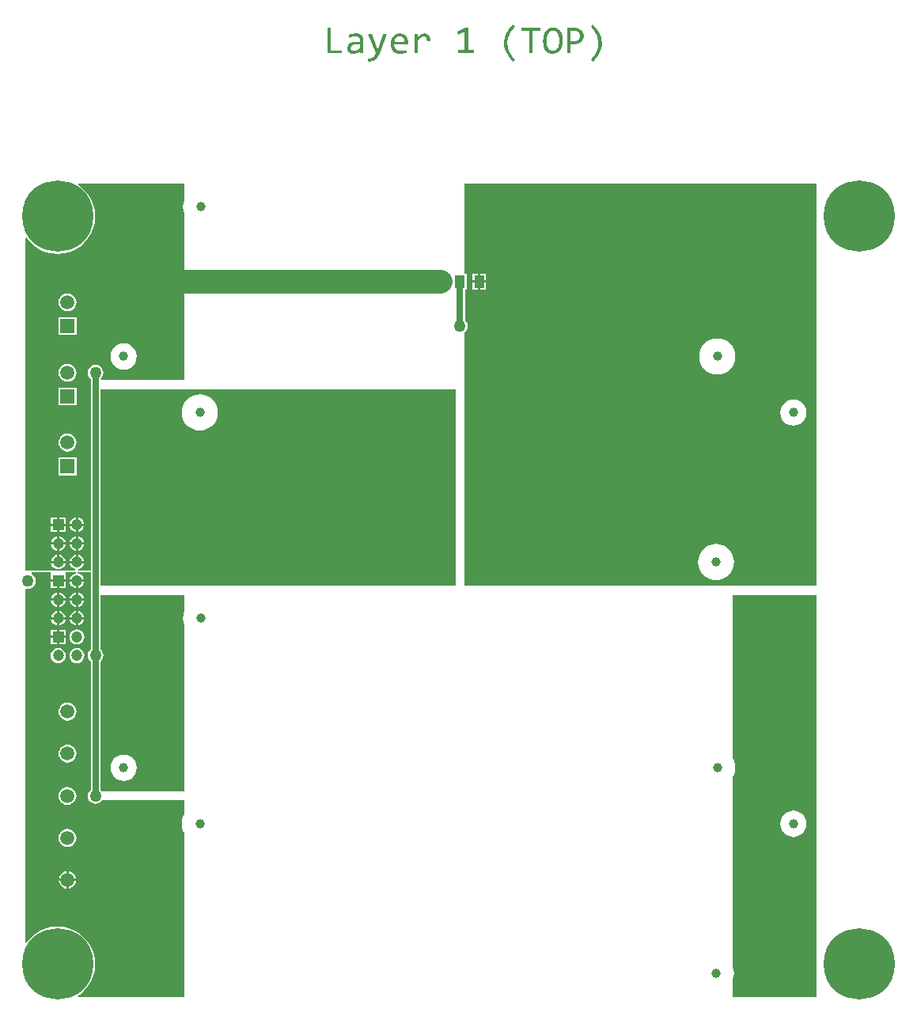
<source format=gtl>
G04*
G04 #@! TF.GenerationSoftware,Altium Limited,Altium Designer,20.0.10 (225)*
G04*
G04 Layer_Physical_Order=1*
G04 Layer_Color=255*
%FSLAX25Y25*%
%MOIN*%
G70*
G01*
G75*
%ADD26R,0.04134X0.05315*%
%ADD27R,0.13386X0.10827*%
%ADD28R,0.10827X0.13386*%
%ADD29C,0.05906*%
%ADD30R,0.05906X0.05906*%
%ADD31C,0.07000*%
%ADD32C,0.03937*%
%ADD33R,0.04724X0.04724*%
%ADD34C,0.04724*%
%ADD35C,0.30000*%
%ADD36C,0.02500*%
%ADD37C,0.10000*%
%ADD38C,0.05000*%
G36*
X25591Y164430D02*
X25545Y164344D01*
X25110Y162911D01*
X24963Y161421D01*
X25110Y159931D01*
X25545Y158499D01*
X25591Y158413D01*
Y88583D01*
X-9418D01*
X-9587Y89083D01*
X-9457Y89182D01*
X-8929Y89871D01*
X-8596Y90674D01*
X-8483Y91535D01*
X-8596Y92397D01*
X-8929Y93200D01*
X-9457Y93889D01*
X-10147Y94418D01*
X-10950Y94750D01*
X-11811Y94864D01*
X-12673Y94750D01*
X-13475Y94418D01*
X-14165Y93889D01*
X-14694Y93200D01*
X-15026Y92397D01*
X-15139Y91535D01*
X-15026Y90674D01*
X-14694Y89871D01*
X-14165Y89182D01*
X-13901Y88980D01*
Y8296D01*
X-19027D01*
X-19060Y8796D01*
X-18883Y8819D01*
X-18136Y9129D01*
X-17495Y9621D01*
X-17003Y10262D01*
X-16693Y11009D01*
X-16654Y11311D01*
X-22717D01*
X-22677Y11009D01*
X-22367Y10262D01*
X-21875Y9621D01*
X-21234Y9129D01*
X-20487Y8819D01*
X-20310Y8796D01*
X-20343Y8296D01*
X-24422D01*
X-24526Y8275D01*
X-24632Y8269D01*
X-24680Y8245D01*
X-24718Y8237D01*
X-27349D01*
X-27382Y8737D01*
X-27254Y8754D01*
X-26757Y8819D01*
X-26010Y9129D01*
X-25369Y9621D01*
X-24877Y10262D01*
X-24567Y11009D01*
X-24528Y11311D01*
X-30591D01*
X-30551Y11009D01*
X-30241Y10262D01*
X-29749Y9621D01*
X-29108Y9129D01*
X-28361Y8819D01*
X-27864Y8754D01*
X-27736Y8737D01*
X-27769Y8237D01*
X-30400D01*
X-30441Y8245D01*
X-30492Y8270D01*
X-30595Y8276D01*
X-30696Y8296D01*
X-38979D01*
X-39057Y8280D01*
X-39138D01*
X-39212Y8250D01*
X-39275Y8237D01*
X-41339D01*
Y148299D01*
X-40857Y148434D01*
X-40692Y148165D01*
X-39077Y146274D01*
X-37186Y144658D01*
X-35065Y143359D01*
X-32768Y142407D01*
X-30349Y141827D01*
X-27870Y141631D01*
X-25391Y141827D01*
X-22973Y142407D01*
X-20675Y143359D01*
X-18554Y144658D01*
X-16663Y146274D01*
X-15048Y148165D01*
X-13749Y150285D01*
X-12797Y152583D01*
X-12216Y155001D01*
X-12021Y157480D01*
X-12216Y159960D01*
X-12797Y162378D01*
X-13749Y164675D01*
X-15048Y166796D01*
X-16663Y168687D01*
X-18554Y170302D01*
X-19332Y170779D01*
X-19196Y171260D01*
X25591D01*
Y164430D01*
D02*
G37*
G36*
X139764Y1969D02*
X-9721D01*
Y84646D01*
X139764D01*
Y1969D01*
D02*
G37*
G36*
X292042Y1969D02*
X143701D01*
Y108571D01*
X144086Y108867D01*
X144615Y109556D01*
X144947Y110359D01*
X145061Y111221D01*
X144947Y112082D01*
X144615Y112885D01*
X144086Y113574D01*
X143822Y113776D01*
Y126464D01*
X144599D01*
Y133379D01*
X143701D01*
Y171260D01*
X292042D01*
Y1969D01*
D02*
G37*
G36*
X-30777Y7480D02*
X-30755Y7476D01*
X-30707D01*
X-30634Y7033D01*
X-30630Y7008D01*
X-30630Y6976D01*
X-30630Y6951D01*
Y4437D01*
X-24488D01*
X-24488Y6975D01*
X-24488Y7005D01*
X-24409Y7475D01*
X-24367D01*
X-24341Y7480D01*
X-20129D01*
X-20096Y6980D01*
X-20487Y6929D01*
X-21234Y6619D01*
X-21875Y6127D01*
X-22367Y5486D01*
X-22677Y4739D01*
X-22717Y4437D01*
X-16654D01*
X-16693Y4739D01*
X-17003Y5486D01*
X-17495Y6127D01*
X-18136Y6619D01*
X-18883Y6929D01*
X-19274Y6980D01*
X-19242Y7480D01*
X-13901D01*
Y-25003D01*
X-14165Y-25205D01*
X-14694Y-25895D01*
X-15026Y-26698D01*
X-15139Y-27559D01*
X-15026Y-28420D01*
X-14694Y-29223D01*
X-14165Y-29913D01*
X-13901Y-30115D01*
Y-84058D01*
X-14165Y-84261D01*
X-14694Y-84950D01*
X-15026Y-85753D01*
X-15139Y-86614D01*
X-15026Y-87476D01*
X-14694Y-88278D01*
X-14165Y-88968D01*
X-13475Y-89497D01*
X-12673Y-89829D01*
X-11811Y-89943D01*
X-10950Y-89829D01*
X-10147Y-89497D01*
X-9457Y-88968D01*
X-9162Y-88583D01*
X25591D01*
Y-94477D01*
X25045Y-95499D01*
X24610Y-96931D01*
X24463Y-98421D01*
X24610Y-99911D01*
X25045Y-101344D01*
X25591Y-102365D01*
Y-171260D01*
X-19196D01*
X-19332Y-170779D01*
X-18554Y-170302D01*
X-16663Y-168687D01*
X-15048Y-166796D01*
X-13749Y-164675D01*
X-12797Y-162378D01*
X-12216Y-159960D01*
X-12021Y-157480D01*
X-12216Y-155001D01*
X-12797Y-152583D01*
X-13749Y-150285D01*
X-15048Y-148165D01*
X-16663Y-146274D01*
X-18554Y-144658D01*
X-20675Y-143359D01*
X-22973Y-142407D01*
X-25391Y-141827D01*
X-27870Y-141631D01*
X-30349Y-141827D01*
X-32768Y-142407D01*
X-35065Y-143359D01*
X-37186Y-144658D01*
X-39077Y-146274D01*
X-40692Y-148165D01*
X-40857Y-148434D01*
X-41339Y-148299D01*
X-41339Y259D01*
X-40839Y672D01*
X-40354Y609D01*
X-39493Y722D01*
X-38690Y1055D01*
X-38001Y1583D01*
X-37472Y2273D01*
X-37139Y3076D01*
X-37026Y3937D01*
X-37139Y4798D01*
X-37472Y5601D01*
X-38001Y6291D01*
X-38577Y6733D01*
X-38705Y7130D01*
X-38716Y7372D01*
X-38633Y7480D01*
X-30777D01*
D02*
G37*
G36*
X25591Y-8799D02*
X25545Y-8885D01*
X25110Y-10317D01*
X24963Y-11807D01*
X25110Y-13297D01*
X25545Y-14730D01*
X25591Y-14816D01*
Y-84646D01*
X-9162D01*
X-9457Y-84261D01*
X-9721Y-84058D01*
Y-30115D01*
X-9457Y-29913D01*
X-8929Y-29223D01*
X-8596Y-28420D01*
X-8483Y-27559D01*
X-8596Y-26698D01*
X-8929Y-25895D01*
X-9457Y-25205D01*
X-9721Y-25003D01*
Y-1969D01*
X25591D01*
Y-8799D01*
D02*
G37*
G36*
X292042Y-171260D02*
X256610D01*
Y-164430D01*
X256656Y-164344D01*
X257090Y-162911D01*
X257237Y-161421D01*
X257090Y-159931D01*
X256656Y-158499D01*
X256610Y-158413D01*
Y-78751D01*
X257155Y-77730D01*
X257590Y-76297D01*
X257737Y-74807D01*
X257590Y-73317D01*
X257155Y-71885D01*
X256610Y-70863D01*
Y-1969D01*
X292042D01*
Y-171260D01*
D02*
G37*
G36*
X126900Y234483D02*
X126991D01*
X127118Y234465D01*
X127410Y234392D01*
X127719Y234300D01*
X128029Y234155D01*
X128339Y233936D01*
X128485Y233808D01*
X128612Y233663D01*
X128649Y233626D01*
X128667Y233572D01*
X128722Y233517D01*
X128758Y233426D01*
X128813Y233317D01*
X128886Y233189D01*
X128940Y233043D01*
X128995Y232879D01*
X129050Y232715D01*
X129104Y232515D01*
X129159Y232296D01*
X129195Y232041D01*
X129214Y231786D01*
X129232Y231513D01*
Y231221D01*
X127792D01*
Y231240D01*
Y231276D01*
Y231331D01*
Y231403D01*
X127774Y231586D01*
X127756Y231804D01*
X127719Y232059D01*
X127665Y232314D01*
X127574Y232570D01*
X127464Y232770D01*
X127446Y232788D01*
X127410Y232843D01*
X127319Y232934D01*
X127209Y233025D01*
X127064Y233098D01*
X126900Y233189D01*
X126699Y233244D01*
X126462Y233262D01*
X126353D01*
X126298Y233244D01*
X126116Y233225D01*
X125898Y233153D01*
X125879D01*
X125843Y233134D01*
X125788Y233116D01*
X125715Y233080D01*
X125515Y232970D01*
X125296Y232825D01*
X125278Y232806D01*
X125242Y232788D01*
X125187Y232734D01*
X125096Y232679D01*
X124895Y232478D01*
X124640Y232242D01*
X124622Y232223D01*
X124586Y232187D01*
X124513Y232114D01*
X124422Y232005D01*
X124312Y231877D01*
X124185Y231750D01*
X124057Y231586D01*
X123911Y231403D01*
Y226120D01*
X122472D01*
Y234355D01*
X123766D01*
X123802Y232825D01*
Y232843D01*
X123839Y232861D01*
X123930Y232970D01*
X124075Y233116D01*
X124258Y233317D01*
X124476Y233517D01*
X124713Y233736D01*
X124968Y233936D01*
X125242Y234100D01*
X125278Y234118D01*
X125369Y234155D01*
X125497Y234228D01*
X125697Y234300D01*
X125898Y234373D01*
X126153Y234446D01*
X126408Y234483D01*
X126681Y234501D01*
X126809D01*
X126900Y234483D01*
D02*
G37*
G36*
X108188Y226994D02*
Y226976D01*
X108169Y226940D01*
X108151Y226885D01*
X108115Y226812D01*
X108024Y226593D01*
X107914Y226338D01*
X107769Y226047D01*
X107623Y225719D01*
X107459Y225391D01*
X107277Y225081D01*
X107258Y225045D01*
X107204Y224954D01*
X107113Y224790D01*
X106985Y224607D01*
X106839Y224389D01*
X106657Y224170D01*
X106475Y223952D01*
X106274Y223733D01*
X106256Y223715D01*
X106183Y223642D01*
X106074Y223551D01*
X105928Y223441D01*
X105746Y223314D01*
X105546Y223186D01*
X105309Y223077D01*
X105072Y222968D01*
X105036Y222949D01*
X104963Y222931D01*
X104817Y222895D01*
X104635Y222840D01*
X104416Y222785D01*
X104179Y222749D01*
X103888Y222731D01*
X103596Y222713D01*
X103341D01*
X103195Y222731D01*
X102977D01*
X102831Y222749D01*
Y224043D01*
X102867D01*
X102940Y224024D01*
X103068D01*
X103214Y224006D01*
X103250D01*
X103359Y223988D01*
X103505Y223970D01*
X103815D01*
X103906Y223988D01*
X104161Y224024D01*
X104416Y224097D01*
X104434D01*
X104471Y224115D01*
X104544Y224152D01*
X104635Y224188D01*
X104835Y224298D01*
X105054Y224462D01*
X105072Y224480D01*
X105108Y224516D01*
X105163Y224571D01*
X105236Y224644D01*
X105327Y224735D01*
X105436Y224863D01*
X105637Y225136D01*
X105655Y225154D01*
X105692Y225209D01*
X105746Y225300D01*
X105819Y225409D01*
X105892Y225555D01*
X105983Y225737D01*
X106092Y225919D01*
X106183Y226120D01*
X102904Y234355D01*
X104525D01*
X106603Y228889D01*
X107022Y227614D01*
X107495Y228926D01*
X109427Y234355D01*
X110994D01*
X108188Y226994D01*
D02*
G37*
G36*
X190287Y236815D02*
X190524Y236797D01*
X190779Y236760D01*
X191325Y236651D01*
X191362D01*
X191453Y236614D01*
X191581Y236578D01*
X191763Y236505D01*
X191963Y236432D01*
X192164Y236323D01*
X192382Y236214D01*
X192601Y236068D01*
X192619Y236050D01*
X192692Y235995D01*
X192801Y235922D01*
X192929Y235794D01*
X193075Y235649D01*
X193220Y235485D01*
X193366Y235284D01*
X193494Y235066D01*
X193512Y235029D01*
X193548Y234956D01*
X193603Y234829D01*
X193658Y234647D01*
X193712Y234428D01*
X193767Y234173D01*
X193803Y233881D01*
X193822Y233554D01*
Y233517D01*
Y233444D01*
X193803Y233317D01*
X193785Y233153D01*
X193767Y232952D01*
X193712Y232715D01*
X193658Y232478D01*
X193567Y232242D01*
X193548Y232205D01*
X193530Y232132D01*
X193457Y232005D01*
X193384Y231859D01*
X193275Y231677D01*
X193148Y231495D01*
X192983Y231294D01*
X192801Y231094D01*
X192783Y231076D01*
X192710Y231003D01*
X192601Y230912D01*
X192455Y230802D01*
X192255Y230675D01*
X192036Y230529D01*
X191781Y230401D01*
X191490Y230274D01*
X191453Y230256D01*
X191344Y230219D01*
X191180Y230183D01*
X190943Y230128D01*
X190670Y230055D01*
X190342Y230019D01*
X189959Y229982D01*
X189558Y229964D01*
X188246D01*
Y226120D01*
X186789D01*
Y236833D01*
X190087D01*
X190287Y236815D01*
D02*
G37*
G36*
X175547Y235594D02*
X172377D01*
Y226120D01*
X170901Y226120D01*
Y235594D01*
X167731D01*
Y236833D01*
X175547Y236833D01*
Y235594D01*
D02*
G37*
G36*
X145101Y227450D02*
X147488D01*
Y226120D01*
X140765D01*
Y227450D01*
X143516D01*
Y235266D01*
X140947Y233881D01*
X140437Y235102D01*
X143826Y236888D01*
X145101D01*
Y227450D01*
D02*
G37*
G36*
X98239Y234483D02*
X98440Y234464D01*
X98677Y234428D01*
X99132Y234337D01*
X99151D01*
X99242Y234300D01*
X99351Y234264D01*
X99479Y234209D01*
X99642Y234137D01*
X99806Y234045D01*
X99970Y233954D01*
X100134Y233827D01*
X100153Y233808D01*
X100207Y233772D01*
X100280Y233699D01*
X100371Y233608D01*
X100481Y233481D01*
X100590Y233335D01*
X100681Y233171D01*
X100772Y232989D01*
X100790Y232970D01*
X100809Y232897D01*
X100845Y232788D01*
X100900Y232643D01*
X100936Y232478D01*
X100972Y232260D01*
X100991Y232041D01*
X101009Y231786D01*
Y226120D01*
X99715D01*
X99679Y227213D01*
X99642Y227176D01*
X99570Y227104D01*
X99424Y226994D01*
X99260Y226849D01*
X99041Y226703D01*
X98823Y226539D01*
X98567Y226393D01*
X98312Y226266D01*
X98276Y226247D01*
X98185Y226229D01*
X98057Y226174D01*
X97875Y226120D01*
X97657Y226065D01*
X97401Y226029D01*
X97146Y225992D01*
X96855Y225974D01*
X96746D01*
X96618Y225992D01*
X96454D01*
X96254Y226010D01*
X96053Y226047D01*
X95652Y226138D01*
X95634D01*
X95579Y226174D01*
X95488Y226211D01*
X95361Y226266D01*
X95106Y226429D01*
X94832Y226630D01*
X94814Y226648D01*
X94778Y226684D01*
X94723Y226757D01*
X94650Y226849D01*
X94577Y226958D01*
X94486Y227085D01*
X94359Y227377D01*
Y227395D01*
X94340Y227450D01*
X94322Y227541D01*
X94286Y227650D01*
X94268Y227796D01*
X94231Y227960D01*
X94213Y228306D01*
Y228324D01*
Y228361D01*
Y228434D01*
X94231Y228506D01*
X94249Y228616D01*
X94268Y228743D01*
X94322Y229017D01*
X94432Y229326D01*
X94595Y229654D01*
X94705Y229818D01*
X94832Y229964D01*
X94960Y230110D01*
X95124Y230256D01*
X95142D01*
X95160Y230292D01*
X95215Y230328D01*
X95306Y230365D01*
X95397Y230420D01*
X95507Y230474D01*
X95652Y230547D01*
X95816Y230620D01*
X95999Y230675D01*
X96199Y230748D01*
X96417Y230802D01*
X96673Y230857D01*
X96928Y230893D01*
X97219Y230930D01*
X97529Y230966D01*
X99570D01*
Y231677D01*
Y231713D01*
Y231804D01*
X99551Y231932D01*
X99515Y232096D01*
X99460Y232278D01*
X99369Y232478D01*
X99260Y232661D01*
X99096Y232843D01*
X99078Y232861D01*
X99005Y232916D01*
X98896Y232989D01*
X98750Y233062D01*
X98549Y233134D01*
X98294Y233207D01*
X98003Y233262D01*
X97675Y233280D01*
X97420D01*
X97237Y233262D01*
X97019Y233244D01*
X96800Y233207D01*
X96290Y233116D01*
X96254D01*
X96181Y233080D01*
X96035Y233043D01*
X95871Y233007D01*
X95652Y232934D01*
X95415Y232861D01*
X95160Y232770D01*
X94905Y232679D01*
Y233973D01*
X94924D01*
X94960Y233991D01*
X94996Y234009D01*
X95069Y234027D01*
X95251Y234082D01*
X95488Y234155D01*
X95507D01*
X95543Y234173D01*
X95616Y234191D01*
X95707Y234209D01*
X95944Y234264D01*
X96199Y234319D01*
X96217D01*
X96272Y234337D01*
X96345Y234355D01*
X96436Y234373D01*
X96545Y234392D01*
X96673Y234410D01*
X96964Y234446D01*
X96982D01*
X97037Y234464D01*
X97110D01*
X97219Y234483D01*
X97347D01*
X97474Y234501D01*
X98057D01*
X98239Y234483D01*
D02*
G37*
G36*
X87271Y227359D02*
X91972D01*
Y226120D01*
X85795D01*
Y236833D01*
X87271D01*
Y227359D01*
D02*
G37*
G36*
X181323Y236979D02*
X181560Y236942D01*
X181851Y236906D01*
X182143Y236833D01*
X182452Y236742D01*
X182744Y236614D01*
X182780Y236596D01*
X182871Y236542D01*
X183017Y236451D01*
X183199Y236341D01*
X183400Y236177D01*
X183600Y235995D01*
X183819Y235776D01*
X184019Y235521D01*
X184037Y235485D01*
X184110Y235394D01*
X184202Y235248D01*
X184311Y235048D01*
X184438Y234792D01*
X184566Y234501D01*
X184675Y234173D01*
X184784Y233809D01*
Y233790D01*
X184803Y233772D01*
Y233717D01*
X184821Y233626D01*
X184839Y233535D01*
X184857Y233426D01*
X184912Y233153D01*
X184967Y232825D01*
X185003Y232442D01*
X185021Y232005D01*
X185040Y231549D01*
Y231531D01*
Y231495D01*
Y231403D01*
Y231312D01*
X185021Y231185D01*
Y231039D01*
X185003Y230693D01*
X184949Y230310D01*
X184894Y229891D01*
X184803Y229472D01*
X184693Y229053D01*
Y229035D01*
X184675Y228998D01*
X184657Y228944D01*
X184639Y228871D01*
X184548Y228689D01*
X184457Y228434D01*
X184311Y228160D01*
X184165Y227869D01*
X183965Y227577D01*
X183764Y227304D01*
X183746Y227268D01*
X183673Y227195D01*
X183546Y227067D01*
X183382Y226921D01*
X183181Y226757D01*
X182963Y226593D01*
X182707Y226448D01*
X182416Y226302D01*
X182379Y226284D01*
X182288Y226247D01*
X182124Y226193D01*
X181924Y226138D01*
X181687Y226083D01*
X181414Y226029D01*
X181104Y225992D01*
X180794Y225974D01*
X180612D01*
X180430Y225992D01*
X180175Y226029D01*
X179902Y226065D01*
X179592Y226120D01*
X179282Y226211D01*
X178991Y226338D01*
X178954Y226357D01*
X178863Y226411D01*
X178717Y226502D01*
X178553Y226612D01*
X178335Y226776D01*
X178134Y226958D01*
X177916Y227176D01*
X177715Y227413D01*
X177697Y227450D01*
X177624Y227541D01*
X177533Y227687D01*
X177424Y227887D01*
X177314Y228142D01*
X177187Y228434D01*
X177077Y228762D01*
X176968Y229126D01*
Y229144D01*
X176950Y229181D01*
Y229235D01*
X176932Y229308D01*
X176913Y229399D01*
X176895Y229509D01*
X176859Y229800D01*
X176804Y230128D01*
X176768Y230529D01*
X176750Y230966D01*
X176731Y231422D01*
Y231440D01*
Y231476D01*
Y231568D01*
Y231659D01*
X176750Y231786D01*
Y231932D01*
X176768Y232260D01*
X176804Y232661D01*
X176877Y233062D01*
X176950Y233499D01*
X177059Y233900D01*
Y233918D01*
X177077Y233954D01*
X177096Y234009D01*
X177114Y234082D01*
X177187Y234264D01*
X177296Y234519D01*
X177424Y234792D01*
X177588Y235084D01*
X177770Y235357D01*
X177970Y235630D01*
X177989Y235667D01*
X178080Y235740D01*
X178189Y235867D01*
X178353Y236013D01*
X178553Y236177D01*
X178790Y236359D01*
X179045Y236505D01*
X179318Y236651D01*
X179355Y236669D01*
X179446Y236705D01*
X179610Y236760D01*
X179811Y236833D01*
X180047Y236888D01*
X180339Y236942D01*
X180630Y236979D01*
X180958Y236997D01*
X181122D01*
X181323Y236979D01*
D02*
G37*
G36*
X116605Y234483D02*
X116806Y234465D01*
X117043Y234428D01*
X117298Y234392D01*
X117553Y234319D01*
X117808Y234228D01*
X117844Y234209D01*
X117917Y234173D01*
X118045Y234118D01*
X118209Y234027D01*
X118373Y233918D01*
X118573Y233790D01*
X118755Y233626D01*
X118937Y233444D01*
X118956Y233426D01*
X119010Y233353D01*
X119101Y233244D01*
X119193Y233116D01*
X119302Y232934D01*
X119429Y232734D01*
X119539Y232497D01*
X119630Y232242D01*
X119648Y232205D01*
X119666Y232114D01*
X119703Y231968D01*
X119757Y231786D01*
X119794Y231549D01*
X119830Y231294D01*
X119849Y231003D01*
X119867Y230675D01*
Y230657D01*
Y230620D01*
Y230565D01*
Y230492D01*
Y230328D01*
X119849Y230146D01*
Y230110D01*
Y230019D01*
Y229909D01*
X119830Y229782D01*
X114055Y229782D01*
Y229764D01*
Y229727D01*
Y229654D01*
X114073Y229581D01*
Y229472D01*
X114091Y229345D01*
X114146Y229053D01*
X114218Y228743D01*
X114346Y228415D01*
X114510Y228106D01*
X114747Y227832D01*
X114783Y227796D01*
X114874Y227723D01*
X115038Y227614D01*
X115275Y227504D01*
X115567Y227377D01*
X115913Y227268D01*
X116314Y227195D01*
X116788Y227158D01*
X117243D01*
X117498Y227176D01*
X117553D01*
X117626Y227195D01*
X117717D01*
X117954Y227231D01*
X118190Y227249D01*
X118209D01*
X118245Y227268D01*
X118318D01*
X118409Y227286D01*
X118609Y227322D01*
X118846Y227359D01*
X118865D01*
X118901Y227377D01*
X118956Y227395D01*
X119028Y227413D01*
X119229Y227450D01*
X119429Y227504D01*
Y226338D01*
X119411D01*
X119320Y226320D01*
X119211Y226284D01*
X119047Y226247D01*
X118846Y226211D01*
X118628Y226156D01*
X118373Y226120D01*
X118099Y226083D01*
X118063D01*
X117972Y226065D01*
X117826Y226047D01*
X117644Y226029D01*
X117407Y226010D01*
X117152Y225992D01*
X116879Y225974D01*
X116405D01*
X116204Y225992D01*
X115968Y226010D01*
X115676Y226047D01*
X115366Y226083D01*
X115057Y226156D01*
X114765Y226247D01*
X114729Y226266D01*
X114637Y226302D01*
X114492Y226375D01*
X114328Y226466D01*
X114127Y226575D01*
X113909Y226721D01*
X113708Y226885D01*
X113508Y227085D01*
X113490Y227104D01*
X113435Y227176D01*
X113344Y227304D01*
X113235Y227450D01*
X113107Y227650D01*
X112998Y227869D01*
X112870Y228142D01*
X112779Y228415D01*
Y228434D01*
Y228452D01*
X112743Y228561D01*
X112706Y228725D01*
X112670Y228944D01*
X112633Y229217D01*
X112597Y229509D01*
X112579Y229855D01*
X112560Y230219D01*
Y230237D01*
Y230256D01*
Y230365D01*
X112579Y230529D01*
X112597Y230748D01*
X112615Y230984D01*
X112670Y231258D01*
X112724Y231549D01*
X112797Y231841D01*
Y231859D01*
X112815Y231877D01*
X112852Y231968D01*
X112907Y232114D01*
X112979Y232314D01*
X113089Y232515D01*
X113216Y232752D01*
X113362Y232989D01*
X113526Y233207D01*
X113544Y233225D01*
X113617Y233298D01*
X113726Y233408D01*
X113854Y233554D01*
X114036Y233699D01*
X114237Y233863D01*
X114455Y234009D01*
X114710Y234155D01*
X114747Y234173D01*
X114838Y234209D01*
X114984Y234264D01*
X115166Y234337D01*
X115403Y234392D01*
X115676Y234446D01*
X115968Y234483D01*
X116296Y234501D01*
X116441D01*
X116605Y234483D01*
D02*
G37*
G36*
X197739Y238309D02*
X197757Y238291D01*
X197812Y238236D01*
X197885Y238163D01*
X197976Y238072D01*
X198067Y237981D01*
X198322Y237708D01*
X198595Y237380D01*
X198923Y236997D01*
X199269Y236542D01*
X199616Y236031D01*
X199962Y235485D01*
X200308Y234883D01*
X200636Y234228D01*
X200927Y233554D01*
X201164Y232843D01*
X201346Y232096D01*
X201419Y231713D01*
X201474Y231331D01*
X201492Y230930D01*
X201511Y230529D01*
Y230511D01*
Y230492D01*
Y230438D01*
Y230383D01*
Y230201D01*
X201492Y229964D01*
X201474Y229691D01*
X201438Y229381D01*
X201383Y229035D01*
X201328Y228689D01*
Y228671D01*
Y228652D01*
X201310Y228598D01*
X201292Y228525D01*
X201255Y228343D01*
X201183Y228087D01*
X201091Y227796D01*
X200982Y227468D01*
X200855Y227122D01*
X200709Y226757D01*
Y226739D01*
X200691Y226721D01*
X200672Y226666D01*
X200636Y226593D01*
X200527Y226393D01*
X200399Y226138D01*
X200235Y225828D01*
X200016Y225500D01*
X199798Y225136D01*
X199524Y224753D01*
Y224735D01*
X199488Y224698D01*
X199452Y224644D01*
X199397Y224571D01*
X199324Y224480D01*
X199233Y224371D01*
X199014Y224097D01*
X198759Y223788D01*
X198450Y223441D01*
X198085Y223059D01*
X197684Y222676D01*
X196864Y223533D01*
X196883Y223551D01*
X196937Y223605D01*
X197010Y223696D01*
X197119Y223806D01*
X197265Y223952D01*
X197411Y224134D01*
X197575Y224316D01*
X197757Y224535D01*
X197939Y224771D01*
X198140Y225026D01*
X198541Y225591D01*
X198905Y226193D01*
X199069Y226521D01*
X199233Y226830D01*
X199251Y226849D01*
X199269Y226903D01*
X199306Y226994D01*
X199361Y227122D01*
X199415Y227286D01*
X199488Y227468D01*
X199561Y227687D01*
X199634Y227923D01*
X199707Y228179D01*
X199780Y228452D01*
X199907Y229071D01*
X199998Y229727D01*
X200035Y230073D01*
Y230420D01*
Y230438D01*
Y230456D01*
Y230511D01*
Y230602D01*
X200016Y230693D01*
Y230802D01*
X199980Y231076D01*
X199944Y231422D01*
X199871Y231823D01*
X199761Y232260D01*
X199634Y232752D01*
X199470Y233280D01*
X199269Y233845D01*
X198996Y234428D01*
X198705Y235029D01*
X198340Y235630D01*
X197903Y236232D01*
X197429Y236851D01*
X197156Y237143D01*
X196864Y237434D01*
X197721Y238327D01*
X197739Y238309D01*
D02*
G37*
G36*
X164888Y237471D02*
X164852Y237434D01*
X164761Y237325D01*
X164597Y237161D01*
X164396Y236924D01*
X164141Y236633D01*
X163886Y236286D01*
X163595Y235867D01*
X163303Y235430D01*
X162993Y234938D01*
X162702Y234392D01*
X162447Y233827D01*
X162192Y233207D01*
X161991Y232570D01*
X161846Y231914D01*
X161736Y231221D01*
X161718Y230875D01*
X161700Y230511D01*
Y230492D01*
Y230420D01*
Y230328D01*
X161718Y230183D01*
Y230019D01*
X161736Y229818D01*
X161773Y229600D01*
X161809Y229345D01*
X161846Y229071D01*
X161900Y228798D01*
X162046Y228179D01*
X162246Y227523D01*
X162356Y227195D01*
X162502Y226867D01*
X162520Y226849D01*
X162538Y226794D01*
X162593Y226703D01*
X162647Y226575D01*
X162738Y226411D01*
X162848Y226229D01*
X162957Y226029D01*
X163103Y225792D01*
X163267Y225555D01*
X163431Y225300D01*
X163631Y225026D01*
X163850Y224735D01*
X164087Y224444D01*
X164323Y224152D01*
X164597Y223860D01*
X164888Y223569D01*
X164014Y222676D01*
X163996Y222694D01*
X163977Y222713D01*
X163923Y222767D01*
X163850Y222840D01*
X163759Y222931D01*
X163668Y223022D01*
X163431Y223296D01*
X163139Y223624D01*
X162829Y224006D01*
X162483Y224462D01*
X162137Y224954D01*
X161773Y225500D01*
X161445Y226101D01*
X161117Y226739D01*
X160825Y227413D01*
X160588Y228124D01*
X160406Y228853D01*
X160333Y229235D01*
X160279Y229618D01*
X160260Y230001D01*
X160242Y230401D01*
Y230420D01*
Y230456D01*
Y230492D01*
Y230565D01*
X160260Y230766D01*
Y231021D01*
X160297Y231331D01*
X160333Y231659D01*
X160370Y232023D01*
X160443Y232387D01*
Y232406D01*
X160461Y232424D01*
Y232478D01*
X160479Y232551D01*
X160534Y232752D01*
X160607Y233007D01*
X160679Y233298D01*
X160789Y233626D01*
X160934Y233991D01*
X161080Y234355D01*
Y234373D01*
X161099Y234410D01*
X161135Y234446D01*
X161171Y234519D01*
X161263Y234719D01*
X161408Y234975D01*
X161572Y235284D01*
X161773Y235612D01*
X162010Y235977D01*
X162265Y236341D01*
Y236359D01*
X162301Y236396D01*
X162338Y236432D01*
X162392Y236505D01*
X162556Y236705D01*
X162757Y236961D01*
X163030Y237270D01*
X163321Y237598D01*
X163668Y237963D01*
X164050Y238327D01*
X164888Y237471D01*
D02*
G37*
%LPC*%
G36*
X-23622Y125006D02*
X-24602Y124877D01*
X-25515Y124498D01*
X-26298Y123897D01*
X-26900Y123113D01*
X-27278Y122200D01*
X-27407Y121221D01*
X-27278Y120241D01*
X-26900Y119328D01*
X-26298Y118544D01*
X-25515Y117943D01*
X-24602Y117564D01*
X-23622Y117435D01*
X-22642Y117564D01*
X-21730Y117943D01*
X-20946Y118544D01*
X-20344Y119328D01*
X-19966Y120241D01*
X-19837Y121221D01*
X-19966Y122200D01*
X-20344Y123113D01*
X-20946Y123897D01*
X-21730Y124498D01*
X-22642Y124877D01*
X-23622Y125006D01*
D02*
G37*
G36*
X-19869Y114973D02*
X-27375D01*
Y107468D01*
X-19869D01*
Y114973D01*
D02*
G37*
G36*
X0Y103969D02*
X-1436Y103780D01*
X-2774Y103226D01*
X-3923Y102344D01*
X-4804Y101195D01*
X-5358Y99857D01*
X-5548Y98421D01*
X-5358Y96986D01*
X-4804Y95648D01*
X-3923Y94499D01*
X-2774Y93617D01*
X-1436Y93063D01*
X0Y92874D01*
X1436Y93063D01*
X2774Y93617D01*
X3923Y94499D01*
X4804Y95648D01*
X5358Y96986D01*
X5548Y98421D01*
X5358Y99857D01*
X4804Y101195D01*
X3923Y102344D01*
X2774Y103226D01*
X1436Y103780D01*
X0Y103969D01*
D02*
G37*
G36*
X-23622Y95321D02*
X-24602Y95192D01*
X-25515Y94814D01*
X-26298Y94212D01*
X-26900Y93428D01*
X-27278Y92515D01*
X-27407Y91535D01*
X-27278Y90556D01*
X-26900Y89643D01*
X-26298Y88859D01*
X-25515Y88257D01*
X-24602Y87879D01*
X-23622Y87750D01*
X-22642Y87879D01*
X-21730Y88257D01*
X-20946Y88859D01*
X-20344Y89643D01*
X-19966Y90556D01*
X-19837Y91535D01*
X-19966Y92515D01*
X-20344Y93428D01*
X-20946Y94212D01*
X-21730Y94814D01*
X-22642Y95192D01*
X-23622Y95321D01*
D02*
G37*
G36*
X-19869Y85288D02*
X-27375D01*
Y77783D01*
X-19869D01*
Y85288D01*
D02*
G37*
G36*
X-23622Y65951D02*
X-24602Y65821D01*
X-25515Y65443D01*
X-26298Y64842D01*
X-26900Y64058D01*
X-27278Y63145D01*
X-27407Y62165D01*
X-27278Y61186D01*
X-26900Y60273D01*
X-26298Y59489D01*
X-25515Y58887D01*
X-24602Y58509D01*
X-23622Y58380D01*
X-22642Y58509D01*
X-21730Y58887D01*
X-20946Y59489D01*
X-20344Y60273D01*
X-19966Y61186D01*
X-19837Y62165D01*
X-19966Y63145D01*
X-20344Y64058D01*
X-20946Y64842D01*
X-21730Y65443D01*
X-22642Y65821D01*
X-23622Y65951D01*
D02*
G37*
G36*
X-19869Y55918D02*
X-27375D01*
Y48413D01*
X-19869D01*
Y55918D01*
D02*
G37*
G36*
X-19185Y30591D02*
Y28059D01*
X-16654D01*
X-16693Y28361D01*
X-17003Y29108D01*
X-17495Y29749D01*
X-18136Y30241D01*
X-18883Y30551D01*
X-19185Y30591D01*
D02*
G37*
G36*
X-20185D02*
X-20487Y30551D01*
X-21234Y30241D01*
X-21875Y29749D01*
X-22367Y29108D01*
X-22677Y28361D01*
X-22717Y28059D01*
X-20185D01*
Y30591D01*
D02*
G37*
G36*
X-24488Y30630D02*
X-27059D01*
Y28059D01*
X-24488D01*
Y30630D01*
D02*
G37*
G36*
X-28059D02*
X-30630D01*
Y28059D01*
X-28059D01*
Y30630D01*
D02*
G37*
G36*
X-16654Y27059D02*
X-19185D01*
Y24528D01*
X-18883Y24567D01*
X-18136Y24877D01*
X-17495Y25369D01*
X-17003Y26010D01*
X-16693Y26757D01*
X-16654Y27059D01*
D02*
G37*
G36*
X-20185D02*
X-22717D01*
X-22677Y26757D01*
X-22367Y26010D01*
X-21875Y25369D01*
X-21234Y24877D01*
X-20487Y24567D01*
X-20185Y24528D01*
Y27059D01*
D02*
G37*
G36*
X-24488D02*
X-27059D01*
Y24488D01*
X-24488D01*
Y27059D01*
D02*
G37*
G36*
X-28059D02*
X-30630D01*
Y24488D01*
X-28059D01*
Y27059D01*
D02*
G37*
G36*
X-19185Y22717D02*
Y20185D01*
X-16654D01*
X-16693Y20487D01*
X-17003Y21234D01*
X-17495Y21875D01*
X-18136Y22367D01*
X-18883Y22677D01*
X-19185Y22717D01*
D02*
G37*
G36*
X-20185D02*
X-20487Y22677D01*
X-21234Y22367D01*
X-21875Y21875D01*
X-22367Y21234D01*
X-22677Y20487D01*
X-22717Y20185D01*
X-20185D01*
Y22717D01*
D02*
G37*
G36*
X-27059D02*
Y20185D01*
X-24528D01*
X-24567Y20487D01*
X-24877Y21234D01*
X-25369Y21875D01*
X-26010Y22367D01*
X-26757Y22677D01*
X-27059Y22717D01*
D02*
G37*
G36*
X-28059D02*
X-28361Y22677D01*
X-29108Y22367D01*
X-29749Y21875D01*
X-30241Y21234D01*
X-30551Y20487D01*
X-30591Y20185D01*
X-28059D01*
Y22717D01*
D02*
G37*
G36*
X-16654Y19185D02*
X-19185D01*
Y16654D01*
X-18883Y16693D01*
X-18136Y17003D01*
X-17495Y17495D01*
X-17003Y18136D01*
X-16693Y18883D01*
X-16654Y19185D01*
D02*
G37*
G36*
X-20185D02*
X-22717D01*
X-22677Y18883D01*
X-22367Y18136D01*
X-21875Y17495D01*
X-21234Y17003D01*
X-20487Y16693D01*
X-20185Y16654D01*
Y19185D01*
D02*
G37*
G36*
X-24528D02*
X-27059D01*
Y16654D01*
X-26757Y16693D01*
X-26010Y17003D01*
X-25369Y17495D01*
X-24877Y18136D01*
X-24567Y18883D01*
X-24528Y19185D01*
D02*
G37*
G36*
X-28059D02*
X-30591D01*
X-30551Y18883D01*
X-30241Y18136D01*
X-29749Y17495D01*
X-29108Y17003D01*
X-28361Y16693D01*
X-28059Y16654D01*
Y19185D01*
D02*
G37*
G36*
X-19185Y14842D02*
Y12311D01*
X-16654D01*
X-16693Y12613D01*
X-17003Y13360D01*
X-17495Y14001D01*
X-18136Y14493D01*
X-18883Y14803D01*
X-19185Y14842D01*
D02*
G37*
G36*
X-20185D02*
X-20487Y14803D01*
X-21234Y14493D01*
X-21875Y14001D01*
X-22367Y13360D01*
X-22677Y12613D01*
X-22717Y12311D01*
X-20185D01*
Y14842D01*
D02*
G37*
G36*
X-27059D02*
Y12311D01*
X-24528D01*
X-24567Y12613D01*
X-24877Y13360D01*
X-25369Y14001D01*
X-26010Y14493D01*
X-26757Y14803D01*
X-27059Y14842D01*
D02*
G37*
G36*
X-28059D02*
X-28361Y14803D01*
X-29108Y14493D01*
X-29749Y14001D01*
X-30241Y13360D01*
X-30551Y12613D01*
X-30591Y12311D01*
X-28059D01*
Y14842D01*
D02*
G37*
G36*
X32100Y82444D02*
X30610Y82297D01*
X29177Y81862D01*
X27857Y81157D01*
X26700Y80207D01*
X25750Y79050D01*
X25045Y77729D01*
X24610Y76297D01*
X24463Y74807D01*
X24610Y73317D01*
X25045Y71885D01*
X25750Y70564D01*
X26700Y69407D01*
X27857Y68457D01*
X29177Y67752D01*
X30610Y67317D01*
X32100Y67170D01*
X33590Y67317D01*
X35023Y67752D01*
X36343Y68457D01*
X37500Y69407D01*
X38450Y70564D01*
X39156Y71885D01*
X39590Y73317D01*
X39737Y74807D01*
X39590Y76297D01*
X39156Y77729D01*
X38450Y79050D01*
X37500Y80207D01*
X36343Y81157D01*
X35023Y81862D01*
X33590Y82297D01*
X32100Y82444D01*
D02*
G37*
G36*
X152579Y133287D02*
X150303D01*
Y130421D01*
X152579D01*
Y133287D01*
D02*
G37*
G36*
X149303D02*
X147028D01*
Y130421D01*
X149303D01*
Y133287D01*
D02*
G37*
G36*
X152579Y129421D02*
X150303D01*
Y126555D01*
X152579D01*
Y129421D01*
D02*
G37*
G36*
X149303D02*
X147028D01*
Y126555D01*
X149303D01*
Y129421D01*
D02*
G37*
G36*
X250100Y106058D02*
X248610Y105911D01*
X247178Y105477D01*
X245857Y104771D01*
X244700Y103821D01*
X243750Y102664D01*
X243044Y101344D01*
X242610Y99911D01*
X242463Y98421D01*
X242610Y96931D01*
X243044Y95499D01*
X243750Y94178D01*
X244700Y93021D01*
X245857Y92071D01*
X247178Y91366D01*
X248610Y90931D01*
X250100Y90785D01*
X251590Y90931D01*
X253023Y91366D01*
X254343Y92071D01*
X255500Y93021D01*
X256450Y94178D01*
X257155Y95499D01*
X257590Y96931D01*
X257737Y98421D01*
X257590Y99911D01*
X257155Y101344D01*
X256450Y102664D01*
X255500Y103821D01*
X254343Y104771D01*
X253023Y105477D01*
X251590Y105911D01*
X250100Y106058D01*
D02*
G37*
G36*
X282200Y80354D02*
X280764Y80165D01*
X279426Y79611D01*
X278277Y78730D01*
X277396Y77581D01*
X276842Y76243D01*
X276653Y74807D01*
X276842Y73371D01*
X277396Y72033D01*
X278277Y70884D01*
X279426Y70003D01*
X280764Y69449D01*
X282200Y69260D01*
X283636Y69449D01*
X284974Y70003D01*
X286123Y70884D01*
X287004Y72033D01*
X287558Y73371D01*
X287748Y74807D01*
X287558Y76243D01*
X287004Y77581D01*
X286123Y78730D01*
X284974Y79611D01*
X283636Y80165D01*
X282200Y80354D01*
D02*
G37*
G36*
X249600Y19444D02*
X248110Y19297D01*
X246677Y18862D01*
X245357Y18157D01*
X244200Y17207D01*
X243250Y16050D01*
X242545Y14730D01*
X242110Y13297D01*
X241963Y11807D01*
X242110Y10317D01*
X242545Y8885D01*
X243250Y7564D01*
X244200Y6407D01*
X245357Y5457D01*
X246677Y4752D01*
X248110Y4317D01*
X249600Y4170D01*
X251090Y4317D01*
X252522Y4752D01*
X253843Y5457D01*
X255000Y6407D01*
X255950Y7564D01*
X256656Y8885D01*
X257090Y10317D01*
X257237Y11807D01*
X257090Y13297D01*
X256656Y14730D01*
X255950Y16050D01*
X255000Y17207D01*
X253843Y18157D01*
X252522Y18862D01*
X251090Y19297D01*
X249600Y19444D01*
D02*
G37*
G36*
X-16654Y3437D02*
X-19185D01*
Y905D01*
X-18883Y945D01*
X-18136Y1255D01*
X-17495Y1747D01*
X-17003Y2388D01*
X-16693Y3135D01*
X-16654Y3437D01*
D02*
G37*
G36*
X-20185D02*
X-22717D01*
X-22677Y3135D01*
X-22367Y2388D01*
X-21875Y1747D01*
X-21234Y1255D01*
X-20487Y945D01*
X-20185Y905D01*
Y3437D01*
D02*
G37*
G36*
X-24488D02*
X-27059D01*
Y866D01*
X-24488D01*
Y3437D01*
D02*
G37*
G36*
X-28059D02*
X-30630D01*
Y866D01*
X-28059D01*
Y3437D01*
D02*
G37*
G36*
X-19185Y-905D02*
Y-3437D01*
X-16654D01*
X-16693Y-3135D01*
X-17003Y-2388D01*
X-17495Y-1747D01*
X-18136Y-1255D01*
X-18883Y-945D01*
X-19185Y-905D01*
D02*
G37*
G36*
X-20185D02*
X-20487Y-945D01*
X-21234Y-1255D01*
X-21875Y-1747D01*
X-22367Y-2388D01*
X-22677Y-3135D01*
X-22717Y-3437D01*
X-20185D01*
Y-905D01*
D02*
G37*
G36*
X-27059D02*
Y-3437D01*
X-24528D01*
X-24567Y-3135D01*
X-24877Y-2388D01*
X-25369Y-1747D01*
X-26010Y-1255D01*
X-26757Y-945D01*
X-27059Y-905D01*
D02*
G37*
G36*
X-28059D02*
X-28361Y-945D01*
X-29108Y-1255D01*
X-29749Y-1747D01*
X-30241Y-2388D01*
X-30551Y-3135D01*
X-30591Y-3437D01*
X-28059D01*
Y-905D01*
D02*
G37*
G36*
X-16654Y-4437D02*
X-19185D01*
Y-6968D01*
X-18883Y-6929D01*
X-18136Y-6619D01*
X-17495Y-6127D01*
X-17003Y-5486D01*
X-16693Y-4739D01*
X-16654Y-4437D01*
D02*
G37*
G36*
X-20185D02*
X-22717D01*
X-22677Y-4739D01*
X-22367Y-5486D01*
X-21875Y-6127D01*
X-21234Y-6619D01*
X-20487Y-6929D01*
X-20185Y-6968D01*
Y-4437D01*
D02*
G37*
G36*
X-24528D02*
X-27059D01*
Y-6968D01*
X-26757Y-6929D01*
X-26010Y-6619D01*
X-25369Y-6127D01*
X-24877Y-5486D01*
X-24567Y-4739D01*
X-24528Y-4437D01*
D02*
G37*
G36*
X-28059D02*
X-30591D01*
X-30551Y-4739D01*
X-30241Y-5486D01*
X-29749Y-6127D01*
X-29108Y-6619D01*
X-28361Y-6929D01*
X-28059Y-6968D01*
Y-4437D01*
D02*
G37*
G36*
X-19185Y-8779D02*
Y-11311D01*
X-16654D01*
X-16693Y-11009D01*
X-17003Y-10262D01*
X-17495Y-9621D01*
X-18136Y-9129D01*
X-18883Y-8819D01*
X-19185Y-8779D01*
D02*
G37*
G36*
X-20185D02*
X-20487Y-8819D01*
X-21234Y-9129D01*
X-21875Y-9621D01*
X-22367Y-10262D01*
X-22677Y-11009D01*
X-22717Y-11311D01*
X-20185D01*
Y-8779D01*
D02*
G37*
G36*
X-27059D02*
Y-11311D01*
X-24528D01*
X-24567Y-11009D01*
X-24877Y-10262D01*
X-25369Y-9621D01*
X-26010Y-9129D01*
X-26757Y-8819D01*
X-27059Y-8779D01*
D02*
G37*
G36*
X-28059D02*
X-28361Y-8819D01*
X-29108Y-9129D01*
X-29749Y-9621D01*
X-30241Y-10262D01*
X-30551Y-11009D01*
X-30591Y-11311D01*
X-28059D01*
Y-8779D01*
D02*
G37*
G36*
X-16654Y-12311D02*
X-19185D01*
Y-14843D01*
X-18883Y-14803D01*
X-18136Y-14493D01*
X-17495Y-14001D01*
X-17003Y-13360D01*
X-16693Y-12613D01*
X-16654Y-12311D01*
D02*
G37*
G36*
X-20185D02*
X-22717D01*
X-22677Y-12613D01*
X-22367Y-13360D01*
X-21875Y-14001D01*
X-21234Y-14493D01*
X-20487Y-14803D01*
X-20185Y-14843D01*
Y-12311D01*
D02*
G37*
G36*
X-24528D02*
X-27059D01*
Y-14843D01*
X-26757Y-14803D01*
X-26010Y-14493D01*
X-25369Y-14001D01*
X-24877Y-13360D01*
X-24567Y-12613D01*
X-24528Y-12311D01*
D02*
G37*
G36*
X-28059D02*
X-30591D01*
X-30551Y-12613D01*
X-30241Y-13360D01*
X-29749Y-14001D01*
X-29108Y-14493D01*
X-28361Y-14803D01*
X-28059Y-14843D01*
Y-12311D01*
D02*
G37*
G36*
X-24488Y-16614D02*
X-27059D01*
Y-19185D01*
X-24488D01*
Y-16614D01*
D02*
G37*
G36*
X-28059D02*
X-30630D01*
Y-19185D01*
X-28059D01*
Y-16614D01*
D02*
G37*
G36*
X-24488Y-20185D02*
X-27059D01*
Y-22756D01*
X-24488D01*
Y-20185D01*
D02*
G37*
G36*
X-28059D02*
X-30630D01*
Y-22756D01*
X-28059D01*
Y-20185D01*
D02*
G37*
G36*
X-19685Y-16496D02*
X-20511Y-16604D01*
X-21280Y-16923D01*
X-21940Y-17430D01*
X-22447Y-18090D01*
X-22766Y-18859D01*
X-22874Y-19685D01*
X-22766Y-20511D01*
X-22447Y-21280D01*
X-21940Y-21940D01*
X-21280Y-22447D01*
X-20511Y-22766D01*
X-19685Y-22874D01*
X-18859Y-22766D01*
X-18090Y-22447D01*
X-17430Y-21940D01*
X-16923Y-21280D01*
X-16604Y-20511D01*
X-16496Y-19685D01*
X-16604Y-18859D01*
X-16923Y-18090D01*
X-17430Y-17430D01*
X-18090Y-16923D01*
X-18859Y-16604D01*
X-19685Y-16496D01*
D02*
G37*
G36*
Y-24370D02*
X-20511Y-24478D01*
X-21280Y-24797D01*
X-21940Y-25304D01*
X-22447Y-25964D01*
X-22766Y-26734D01*
X-22874Y-27559D01*
X-22766Y-28385D01*
X-22447Y-29154D01*
X-21940Y-29814D01*
X-21280Y-30321D01*
X-20511Y-30640D01*
X-19685Y-30749D01*
X-18859Y-30640D01*
X-18090Y-30321D01*
X-17430Y-29814D01*
X-16923Y-29154D01*
X-16604Y-28385D01*
X-16496Y-27559D01*
X-16604Y-26734D01*
X-16923Y-25964D01*
X-17430Y-25304D01*
X-18090Y-24797D01*
X-18859Y-24478D01*
X-19685Y-24370D01*
D02*
G37*
G36*
X-27559D02*
X-28385Y-24478D01*
X-29154Y-24797D01*
X-29814Y-25304D01*
X-30321Y-25964D01*
X-30640Y-26734D01*
X-30749Y-27559D01*
X-30640Y-28385D01*
X-30321Y-29154D01*
X-29814Y-29814D01*
X-29154Y-30321D01*
X-28385Y-30640D01*
X-27559Y-30749D01*
X-26734Y-30640D01*
X-25964Y-30321D01*
X-25304Y-29814D01*
X-24797Y-29154D01*
X-24478Y-28385D01*
X-24370Y-27559D01*
X-24478Y-26734D01*
X-24797Y-25964D01*
X-25304Y-25304D01*
X-25964Y-24797D01*
X-26734Y-24478D01*
X-27559Y-24370D01*
D02*
G37*
G36*
X-23622Y-47396D02*
X-24602Y-47525D01*
X-25515Y-47903D01*
X-26298Y-48505D01*
X-26900Y-49288D01*
X-27278Y-50201D01*
X-27407Y-51181D01*
X-27278Y-52161D01*
X-26900Y-53074D01*
X-26298Y-53858D01*
X-25515Y-54459D01*
X-24602Y-54837D01*
X-23622Y-54966D01*
X-22642Y-54837D01*
X-21730Y-54459D01*
X-20946Y-53858D01*
X-20344Y-53074D01*
X-19966Y-52161D01*
X-19837Y-51181D01*
X-19966Y-50201D01*
X-20344Y-49288D01*
X-20946Y-48505D01*
X-21730Y-47903D01*
X-22642Y-47525D01*
X-23622Y-47396D01*
D02*
G37*
G36*
Y-65113D02*
X-24602Y-65241D01*
X-25515Y-65620D01*
X-26298Y-66221D01*
X-26900Y-67005D01*
X-27278Y-67918D01*
X-27407Y-68898D01*
X-27278Y-69877D01*
X-26900Y-70790D01*
X-26298Y-71574D01*
X-25515Y-72176D01*
X-24602Y-72554D01*
X-23622Y-72683D01*
X-22642Y-72554D01*
X-21730Y-72176D01*
X-20946Y-71574D01*
X-20344Y-70790D01*
X-19966Y-69877D01*
X-19837Y-68898D01*
X-19966Y-67918D01*
X-20344Y-67005D01*
X-20946Y-66221D01*
X-21730Y-65620D01*
X-22642Y-65241D01*
X-23622Y-65113D01*
D02*
G37*
G36*
Y-82829D02*
X-24602Y-82958D01*
X-25515Y-83336D01*
X-26298Y-83938D01*
X-26900Y-84722D01*
X-27278Y-85634D01*
X-27407Y-86614D01*
X-27278Y-87594D01*
X-26900Y-88507D01*
X-26298Y-89291D01*
X-25515Y-89892D01*
X-24602Y-90270D01*
X-23622Y-90399D01*
X-22642Y-90270D01*
X-21730Y-89892D01*
X-20946Y-89291D01*
X-20344Y-88507D01*
X-19966Y-87594D01*
X-19837Y-86614D01*
X-19966Y-85634D01*
X-20344Y-84722D01*
X-20946Y-83938D01*
X-21730Y-83336D01*
X-22642Y-82958D01*
X-23622Y-82829D01*
D02*
G37*
G36*
Y-100546D02*
X-24602Y-100674D01*
X-25515Y-101053D01*
X-26298Y-101654D01*
X-26900Y-102438D01*
X-27278Y-103351D01*
X-27407Y-104331D01*
X-27278Y-105310D01*
X-26900Y-106223D01*
X-26298Y-107007D01*
X-25515Y-107609D01*
X-24602Y-107987D01*
X-23622Y-108116D01*
X-22642Y-107987D01*
X-21730Y-107609D01*
X-20946Y-107007D01*
X-20344Y-106223D01*
X-19966Y-105310D01*
X-19837Y-104331D01*
X-19966Y-103351D01*
X-20344Y-102438D01*
X-20946Y-101654D01*
X-21730Y-101053D01*
X-22642Y-100674D01*
X-23622Y-100546D01*
D02*
G37*
G36*
X-23122Y-118420D02*
Y-121547D01*
X-19995D01*
X-20055Y-121091D01*
X-20424Y-120201D01*
X-21011Y-119436D01*
X-21776Y-118849D01*
X-22666Y-118480D01*
X-23122Y-118420D01*
D02*
G37*
G36*
X-24122D02*
X-24578Y-118480D01*
X-25469Y-118849D01*
X-26233Y-119436D01*
X-26820Y-120201D01*
X-27189Y-121091D01*
X-27249Y-121547D01*
X-24122D01*
Y-118420D01*
D02*
G37*
G36*
X-19995Y-122547D02*
X-23122D01*
Y-125674D01*
X-22666Y-125614D01*
X-21776Y-125245D01*
X-21011Y-124659D01*
X-20424Y-123894D01*
X-20055Y-123003D01*
X-19995Y-122547D01*
D02*
G37*
G36*
X-24122D02*
X-27249D01*
X-27189Y-123003D01*
X-26820Y-123894D01*
X-26233Y-124659D01*
X-25469Y-125245D01*
X-24578Y-125614D01*
X-24122Y-125674D01*
Y-122547D01*
D02*
G37*
G36*
X0Y-69260D02*
X-1436Y-69449D01*
X-2774Y-70003D01*
X-3923Y-70884D01*
X-4804Y-72033D01*
X-5358Y-73371D01*
X-5548Y-74807D01*
X-5358Y-76243D01*
X-4804Y-77581D01*
X-3923Y-78730D01*
X-2774Y-79611D01*
X-1436Y-80165D01*
X0Y-80354D01*
X1436Y-80165D01*
X2774Y-79611D01*
X3923Y-78730D01*
X4804Y-77581D01*
X5358Y-76243D01*
X5548Y-74807D01*
X5358Y-73371D01*
X4804Y-72033D01*
X3923Y-70884D01*
X2774Y-70003D01*
X1436Y-69449D01*
X0Y-69260D01*
D02*
G37*
G36*
X282200Y-92874D02*
X280764Y-93063D01*
X279426Y-93617D01*
X278277Y-94499D01*
X277396Y-95648D01*
X276842Y-96986D01*
X276653Y-98421D01*
X276842Y-99857D01*
X277396Y-101195D01*
X278277Y-102344D01*
X279426Y-103226D01*
X280764Y-103780D01*
X282200Y-103969D01*
X283636Y-103780D01*
X284974Y-103226D01*
X286123Y-102344D01*
X287004Y-101195D01*
X287558Y-99857D01*
X287748Y-98421D01*
X287558Y-96986D01*
X287004Y-95648D01*
X286123Y-94499D01*
X284974Y-93617D01*
X283636Y-93063D01*
X282200Y-92874D01*
D02*
G37*
G36*
X189722Y235612D02*
X188246D01*
Y231203D01*
X189722D01*
X189813Y231221D01*
X189923D01*
X190050Y231240D01*
X190323Y231276D01*
X190651Y231349D01*
X190979Y231440D01*
X191307Y231586D01*
X191599Y231768D01*
X191635Y231786D01*
X191708Y231877D01*
X191817Y232005D01*
X191963Y232187D01*
X192091Y232442D01*
X192200Y232734D01*
X192273Y233080D01*
X192309Y233481D01*
Y233499D01*
Y233517D01*
Y233572D01*
X192291Y233645D01*
X192273Y233827D01*
X192218Y234064D01*
X192145Y234319D01*
X192018Y234574D01*
X191854Y234829D01*
X191617Y235048D01*
X191581Y235066D01*
X191490Y235139D01*
X191344Y235230D01*
X191125Y235339D01*
X190852Y235430D01*
X190542Y235521D01*
X190159Y235594D01*
X189722Y235612D01*
D02*
G37*
G36*
X99570Y229873D02*
X97565D01*
X97438Y229855D01*
X97146Y229837D01*
X96837Y229764D01*
X96818D01*
X96782Y229746D01*
X96709Y229727D01*
X96618Y229691D01*
X96399Y229581D01*
X96199Y229454D01*
X96181D01*
X96162Y229417D01*
X96071Y229326D01*
X95944Y229162D01*
X95834Y228980D01*
Y228962D01*
X95816Y228926D01*
X95798Y228871D01*
X95780Y228798D01*
X95743Y228598D01*
X95725Y228361D01*
Y228343D01*
Y228324D01*
X95743Y228215D01*
X95762Y228069D01*
X95798Y227905D01*
Y227887D01*
X95816Y227869D01*
X95853Y227778D01*
X95926Y227650D01*
X96035Y227504D01*
X96071Y227486D01*
X96144Y227413D01*
X96290Y227322D01*
X96454Y227249D01*
X96472D01*
X96509Y227231D01*
X96563Y227213D01*
X96636D01*
X96837Y227176D01*
X97092Y227158D01*
X97183D01*
X97274Y227176D01*
X97420Y227195D01*
X97584Y227231D01*
X97784Y227286D01*
X97984Y227359D01*
X98221Y227450D01*
X98258Y227468D01*
X98331Y227504D01*
X98458Y227577D01*
X98622Y227687D01*
X98823Y227814D01*
X99059Y227978D01*
X99314Y228160D01*
X99570Y228397D01*
Y229873D01*
D02*
G37*
G36*
X180867Y235722D02*
X180758D01*
X180612Y235703D01*
X180448Y235685D01*
X180266Y235630D01*
X180047Y235576D01*
X179847Y235485D01*
X179647Y235375D01*
X179628Y235357D01*
X179574Y235321D01*
X179482Y235248D01*
X179355Y235139D01*
X179227Y235011D01*
X179100Y234847D01*
X178954Y234665D01*
X178827Y234465D01*
X178808Y234446D01*
X178772Y234373D01*
X178717Y234246D01*
X178644Y234082D01*
X178571Y233900D01*
X178480Y233663D01*
X178408Y233408D01*
X178335Y233134D01*
Y233098D01*
X178316Y233007D01*
X178298Y232843D01*
X178262Y232643D01*
X178244Y232406D01*
X178207Y232132D01*
X178189Y231823D01*
Y231513D01*
Y231495D01*
Y231476D01*
Y231422D01*
Y231349D01*
Y231167D01*
X178207Y230948D01*
X178225Y230675D01*
X178244Y230383D01*
X178335Y229764D01*
Y229727D01*
X178371Y229636D01*
X178389Y229490D01*
X178444Y229308D01*
X178517Y229090D01*
X178590Y228871D01*
X178681Y228634D01*
X178790Y228415D01*
X178808Y228397D01*
X178845Y228324D01*
X178918Y228233D01*
X179027Y228106D01*
X179136Y227960D01*
X179282Y227832D01*
X179446Y227687D01*
X179628Y227559D01*
X179647Y227541D01*
X179719Y227504D01*
X179829Y227468D01*
X179974Y227413D01*
X180157Y227341D01*
X180375Y227304D01*
X180612Y227268D01*
X180867Y227249D01*
X180995D01*
X181122Y227268D01*
X181286Y227286D01*
X181487Y227322D01*
X181687Y227395D01*
X181888Y227468D01*
X182088Y227577D01*
X182106Y227595D01*
X182179Y227632D01*
X182270Y227705D01*
X182379Y227814D01*
X182525Y227942D01*
X182653Y228087D01*
X182799Y228270D01*
X182926Y228470D01*
X182944Y228488D01*
X182981Y228579D01*
X183035Y228689D01*
X183108Y228853D01*
X183199Y229053D01*
X183272Y229272D01*
X183345Y229527D01*
X183418Y229800D01*
Y229837D01*
X183436Y229928D01*
X183473Y230092D01*
X183509Y230292D01*
X183527Y230529D01*
X183564Y230820D01*
X183582Y231112D01*
Y231440D01*
Y231458D01*
Y231476D01*
Y231531D01*
Y231604D01*
Y231786D01*
X183564Y232005D01*
X183546Y232278D01*
X183509Y232570D01*
X183418Y233171D01*
Y233189D01*
Y233207D01*
X183400Y233298D01*
X183363Y233444D01*
X183309Y233626D01*
X183236Y233845D01*
X183163Y234064D01*
X183054Y234300D01*
X182944Y234519D01*
X182926Y234537D01*
X182890Y234610D01*
X182817Y234719D01*
X182726Y234847D01*
X182598Y234975D01*
X182452Y235120D01*
X182288Y235266D01*
X182106Y235394D01*
X182088Y235412D01*
X182015Y235448D01*
X181906Y235503D01*
X181760Y235558D01*
X181578Y235612D01*
X181377Y235667D01*
X181122Y235703D01*
X180867Y235722D01*
D02*
G37*
G36*
X116423Y233353D02*
X116059D01*
X115949Y233335D01*
X115822Y233317D01*
X115676Y233280D01*
X115366Y233171D01*
X115348D01*
X115312Y233134D01*
X115239Y233098D01*
X115148Y233043D01*
X114929Y232879D01*
X114710Y232661D01*
X114692Y232643D01*
X114674Y232606D01*
X114619Y232533D01*
X114546Y232442D01*
X114474Y232333D01*
X114401Y232187D01*
X114255Y231877D01*
Y231859D01*
X114237Y231804D01*
X114200Y231713D01*
X114164Y231586D01*
X114127Y231440D01*
X114109Y231258D01*
X114055Y230875D01*
X118391Y230875D01*
Y230893D01*
Y230966D01*
Y231076D01*
Y231203D01*
X118373Y231349D01*
X118354Y231513D01*
X118263Y231859D01*
Y231877D01*
X118245Y231932D01*
X118209Y232023D01*
X118172Y232132D01*
X118045Y232387D01*
X117862Y232643D01*
X117844Y232661D01*
X117808Y232697D01*
X117753Y232752D01*
X117680Y232825D01*
X117571Y232916D01*
X117462Y232989D01*
X117170Y233153D01*
X117152Y233171D01*
X117097Y233189D01*
X117006Y233225D01*
X116897Y233262D01*
X116769Y233298D01*
X116605Y233317D01*
X116423Y233353D01*
D02*
G37*
%LPD*%
D26*
X133661Y129921D02*
D03*
X149803D02*
D03*
X141732D02*
D03*
D27*
X282200Y8760D02*
D03*
Y-8760D02*
D03*
X15748Y8760D02*
D03*
Y-8760D02*
D03*
Y-77854D02*
D03*
Y-95374D02*
D03*
Y77854D02*
D03*
Y95374D02*
D03*
D28*
X132972Y43307D02*
D03*
X150492D02*
D03*
D29*
X-23622Y121221D02*
D03*
Y91535D02*
D03*
Y62165D02*
D03*
Y-122047D02*
D03*
Y-51181D02*
D03*
Y-104331D02*
D03*
Y-86614D02*
D03*
Y-68898D02*
D03*
D30*
Y111221D02*
D03*
Y81535D02*
D03*
Y52165D02*
D03*
D31*
X0Y-129921D02*
D03*
X282200D02*
D03*
Y-43307D02*
D03*
X0D02*
D03*
Y43307D02*
D03*
X282200D02*
D03*
Y129921D02*
D03*
X0D02*
D03*
D32*
X32100Y-98421D02*
D03*
X249600Y-161421D02*
D03*
X282200Y-98421D02*
D03*
X250100Y-74807D02*
D03*
X32600Y-11807D02*
D03*
X0Y-74807D02*
D03*
X32100Y74807D02*
D03*
X249600Y11807D02*
D03*
X282200Y74807D02*
D03*
X250100Y98421D02*
D03*
X32600Y161421D02*
D03*
X0Y98421D02*
D03*
D33*
X-27559Y-19685D02*
D03*
Y3937D02*
D03*
Y27559D02*
D03*
D34*
X-19685Y-19685D02*
D03*
X-27559Y-27559D02*
D03*
X-19685D02*
D03*
Y3937D02*
D03*
X-27559Y-3937D02*
D03*
X-19685D02*
D03*
X-27559Y-11811D02*
D03*
X-19685D02*
D03*
Y27559D02*
D03*
X-27559Y19685D02*
D03*
X-19685D02*
D03*
X-27559Y11811D02*
D03*
X-19685D02*
D03*
D35*
X310070Y-157480D02*
D03*
Y157480D02*
D03*
X-27870D02*
D03*
Y-157480D02*
D03*
D36*
X-11811Y-27559D02*
Y91535D01*
Y-86614D02*
Y-27559D01*
X-40354Y3937D02*
X-40354Y3937D01*
X141732Y111221D02*
Y129921D01*
D37*
X15748Y130421D02*
X16248Y129921D01*
X133661D01*
D38*
X-11811Y-27559D02*
D03*
X-19685Y43307D02*
D03*
X-40354Y3937D02*
D03*
X141732Y111221D02*
D03*
X-11811Y91535D02*
D03*
Y-86614D02*
D03*
M02*

</source>
